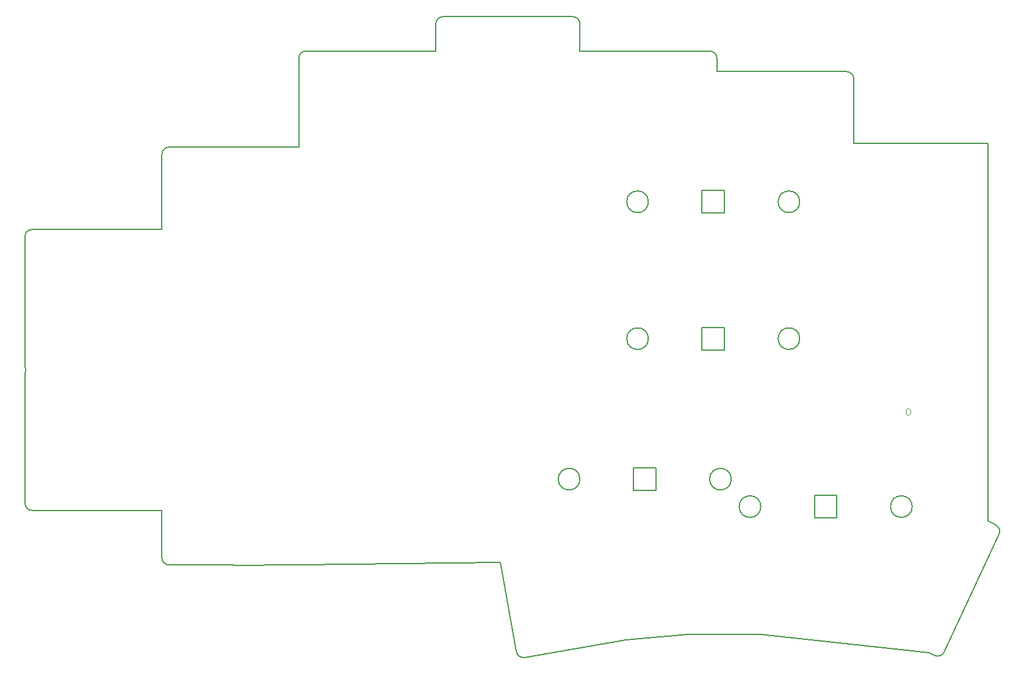
<source format=gbr>
%TF.GenerationSoftware,KiCad,Pcbnew,(7.0.0-0)*%
%TF.CreationDate,2023-06-05T18:59:05+10:00*%
%TF.ProjectId,trone,74726f6e-652e-46b6-9963-61645f706362,v1.0.0*%
%TF.SameCoordinates,Original*%
%TF.FileFunction,Profile,NP*%
%FSLAX46Y46*%
G04 Gerber Fmt 4.6, Leading zero omitted, Abs format (unit mm)*
G04 Created by KiCad (PCBNEW (7.0.0-0)) date 2023-06-05 18:59:05*
%MOMM*%
%LPD*%
G01*
G04 APERTURE LIST*
%TA.AperFunction,Profile*%
%ADD10C,0.150000*%
%TD*%
%TA.AperFunction,Profile*%
%ADD11C,0.010000*%
%TD*%
G04 APERTURE END LIST*
D10*
X249546000Y-158925000D02*
X249546000Y-162025000D01*
X178000000Y-98235000D02*
X178000000Y-110570000D01*
X249546000Y-162025000D02*
X252646000Y-162025000D01*
X140000000Y-123000000D02*
X140000000Y-141000000D01*
X178000000Y-168569998D02*
G75*
G03*
X178130721Y-168561419I0J1000198D01*
G01*
X141000000Y-122000000D02*
G75*
G03*
X140000000Y-123000000I0J-1000000D01*
G01*
X236000000Y-100092500D02*
X236000000Y-98235000D01*
X237050000Y-135613750D02*
X233950000Y-135613750D01*
X159000000Y-161000000D02*
X159000000Y-167570000D01*
X247500000Y-137163750D02*
G75*
G03*
X247500000Y-137163750I-1500000J0D01*
G01*
X159000000Y-122000000D02*
X141000000Y-122000000D01*
X140000001Y-141000000D02*
G75*
G03*
X140133976Y-141500000I999999J0D01*
G01*
X267541560Y-180651968D02*
X275148688Y-164338428D01*
X227550000Y-155115000D02*
X224450000Y-155115000D01*
X160000000Y-110570000D02*
G75*
G03*
X159000000Y-111570000I0J-1000000D01*
G01*
X224450000Y-158215000D02*
X227550000Y-158215000D01*
X140133975Y-141500000D02*
G75*
G03*
X140000000Y-142000000I866025J-500000D01*
G01*
X232071885Y-178200685D02*
X242019315Y-178200685D01*
X237050000Y-138713750D02*
X237050000Y-135613750D01*
X233950000Y-138713750D02*
X237050000Y-138713750D01*
X242096000Y-160475000D02*
G75*
G03*
X242096000Y-160475000I-1500000J0D01*
G01*
X217000000Y-156665000D02*
G75*
G03*
X217000000Y-156665000I-1500000J0D01*
G01*
X247500000Y-118163750D02*
G75*
G03*
X247500000Y-118163750I-1500000J0D01*
G01*
X140000000Y-142000000D02*
X140000000Y-160000000D01*
X160000000Y-168570000D02*
X169000000Y-168570000D01*
X265419804Y-180765955D02*
X266212634Y-181135657D01*
X217000000Y-97235000D02*
X217000000Y-93472500D01*
X206010498Y-168240565D02*
X178130721Y-168561419D01*
X273575000Y-110092500D02*
X273575000Y-162501227D01*
X266212670Y-181135577D02*
G75*
G03*
X267541559Y-180651968I422630J906277D01*
G01*
X265419804Y-180765955D02*
X242019315Y-178200685D01*
X252646000Y-158925000D02*
X249546000Y-158925000D01*
X236000000Y-98235000D02*
G75*
G03*
X235000000Y-97235000I-1000000J0D01*
G01*
X227550000Y-158215000D02*
X227550000Y-155115000D01*
X232071885Y-178200685D02*
X223387464Y-178935412D01*
X198000000Y-92472500D02*
G75*
G03*
X197000000Y-93472500I0J-1000000D01*
G01*
X169000000Y-168666500D02*
X169000000Y-168570000D01*
X233950000Y-135613750D02*
X233950000Y-138713750D01*
X209348212Y-181410911D02*
X223387464Y-178935412D01*
X197000000Y-93472500D02*
X197000000Y-97235000D01*
X178000000Y-110570000D02*
X160000000Y-110570000D01*
X255000000Y-101092500D02*
G75*
G03*
X254000000Y-100092500I-1000000J0D01*
G01*
X235000000Y-97235000D02*
X217000000Y-97235000D01*
X237050000Y-119713750D02*
X237050000Y-116613750D01*
X206010498Y-168240565D02*
X208189756Y-180599752D01*
X140000000Y-160000000D02*
G75*
G03*
X141000000Y-161000000I1000000J0D01*
G01*
X159000000Y-167570000D02*
G75*
G03*
X160000000Y-168570000I1000000J0D01*
G01*
X233950000Y-116613750D02*
X233950000Y-119713750D01*
X141000000Y-161000000D02*
X159000000Y-161000000D01*
X179000000Y-97235000D02*
G75*
G03*
X178000000Y-98235000I0J-1000000D01*
G01*
X275148685Y-164338427D02*
G75*
G03*
X274665000Y-163009502I-906285J422627D01*
G01*
X238000000Y-156665000D02*
G75*
G03*
X238000000Y-156665000I-1500000J0D01*
G01*
X216000000Y-92472500D02*
X198000000Y-92472500D01*
X217000000Y-93472500D02*
G75*
G03*
X216000000Y-92472500I-1000000J0D01*
G01*
X252646000Y-162025000D02*
X252646000Y-158925000D01*
X208189795Y-180599745D02*
G75*
G03*
X209348213Y-181410911I984805J173645D01*
G01*
X197000000Y-97235000D02*
X179000000Y-97235000D01*
X159000000Y-111570000D02*
X159000000Y-122000000D01*
X263096000Y-160475000D02*
G75*
G03*
X263096000Y-160475000I-1500000J0D01*
G01*
X255000000Y-110092500D02*
X255000000Y-101092500D01*
X177385110Y-168570000D02*
X178000000Y-168570000D01*
X226500000Y-137163750D02*
G75*
G03*
X226500000Y-137163750I-1500000J0D01*
G01*
X233950000Y-119713750D02*
X237050000Y-119713750D01*
X274664999Y-163009502D02*
X273575000Y-162501227D01*
X254000000Y-100092500D02*
X236000000Y-100092500D01*
X177385110Y-168570000D02*
X169000000Y-168666500D01*
X224450000Y-155115000D02*
X224450000Y-158215000D01*
X237050000Y-116613750D02*
X233950000Y-116613750D01*
X226500000Y-118163750D02*
G75*
G03*
X226500000Y-118163750I-1500000J0D01*
G01*
X255000000Y-110092500D02*
X273575000Y-110092500D01*
D11*
%TO.C,USBC1*%
X262892500Y-147500000D02*
X262892500Y-147200000D01*
X262242500Y-147200000D02*
X262242500Y-147500000D01*
X262242500Y-147500000D02*
G75*
G03*
X262567500Y-147825000I325000J0D01*
G01*
X262567500Y-147825000D02*
G75*
G03*
X262892500Y-147500000I0J325000D01*
G01*
X262567500Y-146875000D02*
G75*
G03*
X262242500Y-147200000I0J-325000D01*
G01*
X262892500Y-147200000D02*
G75*
G03*
X262567500Y-146875000I-325000J0D01*
G01*
%TD*%
M02*

</source>
